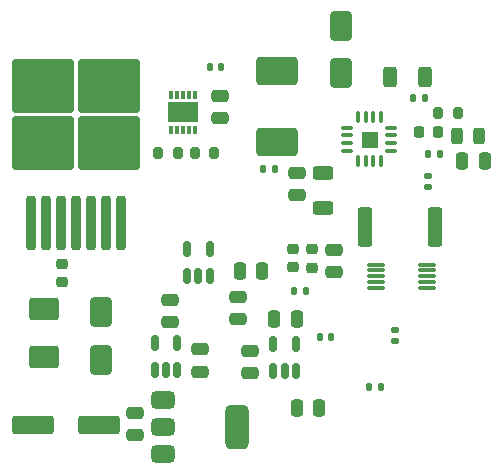
<source format=gbr>
%TF.GenerationSoftware,KiCad,Pcbnew,9.0.0*%
%TF.CreationDate,2026-01-02T12:21:10+01:00*%
%TF.ProjectId,PowerSupply,506f7765-7253-4757-9070-6c792e6b6963,rev?*%
%TF.SameCoordinates,Original*%
%TF.FileFunction,Paste,Top*%
%TF.FilePolarity,Positive*%
%FSLAX46Y46*%
G04 Gerber Fmt 4.6, Leading zero omitted, Abs format (unit mm)*
G04 Created by KiCad (PCBNEW 9.0.0) date 2026-01-02 12:21:10*
%MOMM*%
%LPD*%
G01*
G04 APERTURE LIST*
G04 Aperture macros list*
%AMRoundRect*
0 Rectangle with rounded corners*
0 $1 Rounding radius*
0 $2 $3 $4 $5 $6 $7 $8 $9 X,Y pos of 4 corners*
0 Add a 4 corners polygon primitive as box body*
4,1,4,$2,$3,$4,$5,$6,$7,$8,$9,$2,$3,0*
0 Add four circle primitives for the rounded corners*
1,1,$1+$1,$2,$3*
1,1,$1+$1,$4,$5*
1,1,$1+$1,$6,$7*
1,1,$1+$1,$8,$9*
0 Add four rect primitives between the rounded corners*
20,1,$1+$1,$2,$3,$4,$5,0*
20,1,$1+$1,$4,$5,$6,$7,0*
20,1,$1+$1,$6,$7,$8,$9,0*
20,1,$1+$1,$8,$9,$2,$3,0*%
G04 Aperture macros list end*
%ADD10C,0.010000*%
%ADD11RoundRect,0.250000X-0.650000X1.000000X-0.650000X-1.000000X0.650000X-1.000000X0.650000X1.000000X0*%
%ADD12RoundRect,0.150000X0.150000X-0.512500X0.150000X0.512500X-0.150000X0.512500X-0.150000X-0.512500X0*%
%ADD13RoundRect,0.140000X0.170000X-0.140000X0.170000X0.140000X-0.170000X0.140000X-0.170000X-0.140000X0*%
%ADD14RoundRect,0.250000X0.250000X0.475000X-0.250000X0.475000X-0.250000X-0.475000X0.250000X-0.475000X0*%
%ADD15RoundRect,0.040000X-0.120000X0.465000X-0.120000X-0.465000X0.120000X-0.465000X0.120000X0.465000X0*%
%ADD16RoundRect,0.040000X-0.465000X0.120000X-0.465000X-0.120000X0.465000X-0.120000X0.465000X0.120000X0*%
%ADD17RoundRect,0.250000X0.475000X-0.250000X0.475000X0.250000X-0.475000X0.250000X-0.475000X-0.250000X0*%
%ADD18RoundRect,0.035000X-0.700000X-0.105000X0.700000X-0.105000X0.700000X0.105000X-0.700000X0.105000X0*%
%ADD19RoundRect,0.250000X-0.475000X0.250000X-0.475000X-0.250000X0.475000X-0.250000X0.475000X0.250000X0*%
%ADD20RoundRect,0.250000X1.500000X-0.925000X1.500000X0.925000X-1.500000X0.925000X-1.500000X-0.925000X0*%
%ADD21RoundRect,0.140000X0.140000X0.170000X-0.140000X0.170000X-0.140000X-0.170000X0.140000X-0.170000X0*%
%ADD22RoundRect,0.140000X-0.140000X-0.170000X0.140000X-0.170000X0.140000X0.170000X-0.140000X0.170000X0*%
%ADD23RoundRect,0.375000X-0.625000X-0.375000X0.625000X-0.375000X0.625000X0.375000X-0.625000X0.375000X0*%
%ADD24RoundRect,0.500000X-0.500000X-1.400000X0.500000X-1.400000X0.500000X1.400000X-0.500000X1.400000X0*%
%ADD25RoundRect,0.243750X-0.243750X-0.456250X0.243750X-0.456250X0.243750X0.456250X-0.243750X0.456250X0*%
%ADD26RoundRect,0.250000X-1.000000X0.700000X-1.000000X-0.700000X1.000000X-0.700000X1.000000X0.700000X0*%
%ADD27RoundRect,0.218750X-0.218750X-0.256250X0.218750X-0.256250X0.218750X0.256250X-0.218750X0.256250X0*%
%ADD28RoundRect,0.200000X0.200000X-2.100000X0.200000X2.100000X-0.200000X2.100000X-0.200000X-2.100000X0*%
%ADD29RoundRect,0.250000X2.375000X-2.025000X2.375000X2.025000X-2.375000X2.025000X-2.375000X-2.025000X0*%
%ADD30RoundRect,0.225000X-0.250000X0.225000X-0.250000X-0.225000X0.250000X-0.225000X0.250000X0.225000X0*%
%ADD31RoundRect,0.250000X0.362500X1.425000X-0.362500X1.425000X-0.362500X-1.425000X0.362500X-1.425000X0*%
%ADD32RoundRect,0.200000X-0.200000X-0.275000X0.200000X-0.275000X0.200000X0.275000X-0.200000X0.275000X0*%
%ADD33RoundRect,0.250000X-0.250000X-0.475000X0.250000X-0.475000X0.250000X0.475000X-0.250000X0.475000X0*%
%ADD34RoundRect,0.250000X-1.500000X-0.550000X1.500000X-0.550000X1.500000X0.550000X-1.500000X0.550000X0*%
%ADD35RoundRect,0.200000X0.200000X0.275000X-0.200000X0.275000X-0.200000X-0.275000X0.200000X-0.275000X0*%
%ADD36RoundRect,0.250000X-0.625000X0.312500X-0.625000X-0.312500X0.625000X-0.312500X0.625000X0.312500X0*%
%ADD37RoundRect,0.250000X-0.312500X-0.625000X0.312500X-0.625000X0.312500X0.625000X-0.312500X0.625000X0*%
%ADD38RoundRect,0.225000X0.250000X-0.225000X0.250000X0.225000X-0.250000X0.225000X-0.250000X-0.225000X0*%
%ADD39RoundRect,0.140000X-0.170000X0.140000X-0.170000X-0.140000X0.170000X-0.140000X0.170000X0.140000X0*%
%ADD40R,0.300000X0.800000*%
%ADD41R,2.500000X1.800000*%
%ADD42RoundRect,0.250000X0.650000X-1.000000X0.650000X1.000000X-0.650000X1.000000X-0.650000X-1.000000X0*%
G04 APERTURE END LIST*
D10*
%TO.C,U1*%
X496175000Y-300715000D02*
X494855000Y-300715000D01*
X494855000Y-299395000D01*
X496175000Y-299395000D01*
X496175000Y-300715000D01*
G36*
X496175000Y-300715000D02*
G01*
X494855000Y-300715000D01*
X494855000Y-299395000D01*
X496175000Y-299395000D01*
X496175000Y-300715000D01*
G37*
%TD*%
D11*
%TO.C,D1*%
X472810000Y-314700000D03*
X472810000Y-318700000D03*
%TD*%
D12*
%TO.C,U4*%
X487380000Y-319660000D03*
X488330000Y-319660000D03*
X489280000Y-319660000D03*
X489280000Y-317385000D03*
X487380000Y-317385000D03*
%TD*%
D13*
%TO.C,C40*%
X500500000Y-304100000D03*
X500500000Y-303140000D03*
%TD*%
D14*
%TO.C,C138*%
X489365000Y-315275000D03*
X487465000Y-315275000D03*
%TD*%
D15*
%TO.C,U1*%
X496490000Y-298195000D03*
X495840000Y-298195000D03*
X495190000Y-298195000D03*
X494540000Y-298195000D03*
D16*
X493655000Y-299080000D03*
X493655000Y-299730000D03*
X493655000Y-300380000D03*
X493655000Y-301030000D03*
D15*
X494540000Y-301915000D03*
X495190000Y-301915000D03*
X495840000Y-301915000D03*
X496490000Y-301915000D03*
D16*
X497375000Y-301030000D03*
X497375000Y-300380000D03*
X497375000Y-299730000D03*
X497375000Y-299080000D03*
%TD*%
D17*
%TO.C,C66*%
X478595000Y-315540000D03*
X478595000Y-313640000D03*
%TD*%
D18*
%TO.C,U10*%
X496090000Y-310655000D03*
X496090000Y-311155000D03*
X496090000Y-311655000D03*
X496090000Y-312155000D03*
X496090000Y-312655000D03*
X500390000Y-312655000D03*
X500390000Y-312155000D03*
X500390000Y-311655000D03*
X500390000Y-311155000D03*
X500390000Y-310655000D03*
%TD*%
D19*
%TO.C,C141*%
X475660000Y-323225000D03*
X475660000Y-325125000D03*
%TD*%
D20*
%TO.C,L2*%
X487730000Y-300320000D03*
X487730000Y-294270000D03*
%TD*%
D14*
%TO.C,C67*%
X486420000Y-311215000D03*
X484520000Y-311215000D03*
%TD*%
D21*
%TO.C,C21*%
X487485000Y-302535000D03*
X486525000Y-302535000D03*
%TD*%
D22*
%TO.C,C19*%
X495515000Y-320995000D03*
X496475000Y-320995000D03*
%TD*%
D23*
%TO.C,U11*%
X478005000Y-322085000D03*
X478005000Y-324385000D03*
D24*
X484305000Y-324385000D03*
D23*
X478005000Y-326685000D03*
%TD*%
D21*
%TO.C,C43*%
X482965000Y-293945000D03*
X482005000Y-293945000D03*
%TD*%
%TO.C,C15*%
X490115000Y-312900000D03*
X489155000Y-312900000D03*
%TD*%
D19*
%TO.C,C65*%
X481180000Y-317845000D03*
X481180000Y-319745000D03*
%TD*%
D25*
%TO.C,D6*%
X502952500Y-299735000D03*
X504827500Y-299735000D03*
%TD*%
D26*
%TO.C,L1*%
X467985000Y-314420000D03*
X467985000Y-318520000D03*
%TD*%
D27*
%TO.C,D7*%
X499742500Y-299475000D03*
X501317500Y-299475000D03*
%TD*%
D17*
%TO.C,C64*%
X484355000Y-315265000D03*
X484355000Y-313365000D03*
%TD*%
D28*
%TO.C,U9*%
X466870000Y-307130000D03*
X468140000Y-307130000D03*
X469410000Y-307130000D03*
X470680000Y-307130000D03*
X471950000Y-307130000D03*
X473220000Y-307130000D03*
X474490000Y-307130000D03*
D29*
X467905000Y-300405000D03*
X473455000Y-300405000D03*
X467905000Y-295555000D03*
X473455000Y-295555000D03*
%TD*%
D30*
%TO.C,C36*%
X490640000Y-309370000D03*
X490640000Y-310920000D03*
%TD*%
D31*
%TO.C,R25*%
X501092500Y-307505000D03*
X495167500Y-307505000D03*
%TD*%
D19*
%TO.C,C39*%
X489375000Y-302890000D03*
X489375000Y-304790000D03*
%TD*%
D22*
%TO.C,C42*%
X500505000Y-301290000D03*
X501465000Y-301290000D03*
%TD*%
D32*
%TO.C,R23*%
X501340000Y-297865000D03*
X502990000Y-297865000D03*
%TD*%
D12*
%TO.C,U2*%
X480075000Y-311630000D03*
X481025000Y-311630000D03*
X481975000Y-311630000D03*
X481975000Y-309355000D03*
X480075000Y-309355000D03*
%TD*%
D33*
%TO.C,C41*%
X503375000Y-301905000D03*
X505275000Y-301905000D03*
%TD*%
D34*
%TO.C,C37*%
X467000000Y-324285000D03*
X472600000Y-324285000D03*
%TD*%
D30*
%TO.C,C38*%
X489045000Y-309345000D03*
X489045000Y-310895000D03*
%TD*%
D35*
%TO.C,R19*%
X479295000Y-301230000D03*
X477645000Y-301230000D03*
%TD*%
D33*
%TO.C,C4*%
X489345000Y-322825000D03*
X491245000Y-322825000D03*
%TD*%
D19*
%TO.C,C137*%
X485425000Y-317962500D03*
X485425000Y-319862500D03*
%TD*%
D21*
%TO.C,C12*%
X500195000Y-296535000D03*
X499235000Y-296535000D03*
%TD*%
D36*
%TO.C,R13*%
X491625000Y-302932500D03*
X491625000Y-305857500D03*
%TD*%
D19*
%TO.C,C5*%
X492535000Y-309425000D03*
X492535000Y-311325000D03*
%TD*%
D12*
%TO.C,U3*%
X477327500Y-319592500D03*
X478277500Y-319592500D03*
X479227500Y-319592500D03*
X479227500Y-317317500D03*
X477327500Y-317317500D03*
%TD*%
D32*
%TO.C,R20*%
X480745000Y-301210000D03*
X482395000Y-301210000D03*
%TD*%
D37*
%TO.C,R14*%
X497270000Y-294810000D03*
X500195000Y-294810000D03*
%TD*%
D38*
%TO.C,C22*%
X469450000Y-312140000D03*
X469450000Y-310590000D03*
%TD*%
D39*
%TO.C,C20*%
X497645000Y-316210000D03*
X497645000Y-317170000D03*
%TD*%
D19*
%TO.C,C44*%
X482900000Y-296390000D03*
X482900000Y-298290000D03*
%TD*%
D22*
%TO.C,C16*%
X491325000Y-316770000D03*
X492285000Y-316770000D03*
%TD*%
D40*
%TO.C,IC1*%
X480727500Y-296265000D03*
X480227500Y-296265000D03*
X479727500Y-296265000D03*
X479227500Y-296265000D03*
X478727500Y-296265000D03*
X478727500Y-299265000D03*
X479227500Y-299265000D03*
X479727500Y-299265000D03*
X480227500Y-299265000D03*
X480727500Y-299265000D03*
D41*
X479727500Y-297765000D03*
%TD*%
D42*
%TO.C,D5*%
X493140000Y-294435000D03*
X493140000Y-290435000D03*
%TD*%
M02*

</source>
